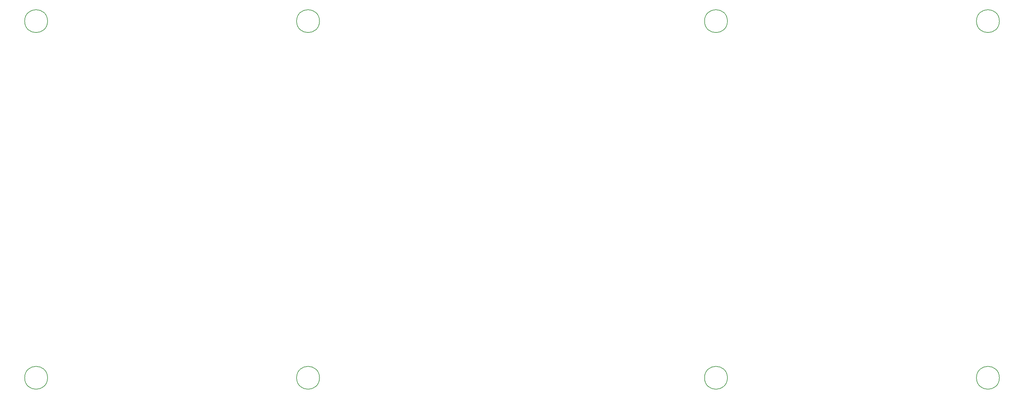
<source format=gbr>
G04 #@! TF.GenerationSoftware,KiCad,Pcbnew,(5.1.5)-3*
G04 #@! TF.CreationDate,2020-11-11T21:52:05+01:00*
G04 #@! TF.ProjectId,keyboard,6b657962-6f61-4726-942e-6b696361645f,rev?*
G04 #@! TF.SameCoordinates,Original*
G04 #@! TF.FileFunction,Other,Comment*
%FSLAX46Y46*%
G04 Gerber Fmt 4.6, Leading zero omitted, Abs format (unit mm)*
G04 Created by KiCad (PCBNEW (5.1.5)-3) date 2020-11-11 21:52:05*
%MOMM*%
%LPD*%
G04 APERTURE LIST*
%ADD10C,0.150000*%
G04 APERTURE END LIST*
D10*
X279071000Y-97495000D02*
G75*
G03X279071000Y-97495000I-3200000J0D01*
G01*
X203071000Y-97495000D02*
G75*
G03X203071000Y-97495000I-3200000J0D01*
G01*
X89071000Y-97495000D02*
G75*
G03X89071000Y-97495000I-3200000J0D01*
G01*
X13071000Y-97495000D02*
G75*
G03X13071000Y-97495000I-3200000J0D01*
G01*
X13071000Y2255000D02*
G75*
G03X13071000Y2255000I-3200000J0D01*
G01*
X89071000Y2255000D02*
G75*
G03X89071000Y2255000I-3200000J0D01*
G01*
X279071000Y2255000D02*
G75*
G03X279071000Y2255000I-3200000J0D01*
G01*
X203071000Y2255000D02*
G75*
G03X203071000Y2255000I-3200000J0D01*
G01*
M02*

</source>
